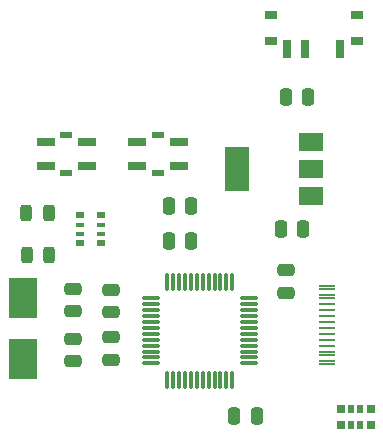
<source format=gbr>
%TF.GenerationSoftware,KiCad,Pcbnew,7.0.8*%
%TF.CreationDate,2024-02-20T11:28:20-06:00*%
%TF.ProjectId,CH32V103DevBoard,43483332-5631-4303-9344-6576426f6172,rev?*%
%TF.SameCoordinates,Original*%
%TF.FileFunction,Paste,Top*%
%TF.FilePolarity,Positive*%
%FSLAX46Y46*%
G04 Gerber Fmt 4.6, Leading zero omitted, Abs format (unit mm)*
G04 Created by KiCad (PCBNEW 7.0.8) date 2024-02-20 11:28:20*
%MOMM*%
%LPD*%
G01*
G04 APERTURE LIST*
G04 Aperture macros list*
%AMRoundRect*
0 Rectangle with rounded corners*
0 $1 Rounding radius*
0 $2 $3 $4 $5 $6 $7 $8 $9 X,Y pos of 4 corners*
0 Add a 4 corners polygon primitive as box body*
4,1,4,$2,$3,$4,$5,$6,$7,$8,$9,$2,$3,0*
0 Add four circle primitives for the rounded corners*
1,1,$1+$1,$2,$3*
1,1,$1+$1,$4,$5*
1,1,$1+$1,$6,$7*
1,1,$1+$1,$8,$9*
0 Add four rect primitives between the rounded corners*
20,1,$1+$1,$2,$3,$4,$5,0*
20,1,$1+$1,$4,$5,$6,$7,0*
20,1,$1+$1,$6,$7,$8,$9,0*
20,1,$1+$1,$8,$9,$2,$3,0*%
G04 Aperture macros list end*
%ADD10R,1.000000X0.500000*%
%ADD11R,1.500000X0.800000*%
%ADD12R,2.000000X1.500000*%
%ADD13R,2.000000X3.800000*%
%ADD14RoundRect,0.243750X-0.243750X-0.456250X0.243750X-0.456250X0.243750X0.456250X-0.243750X0.456250X0*%
%ADD15RoundRect,0.250000X-0.250000X-0.475000X0.250000X-0.475000X0.250000X0.475000X-0.250000X0.475000X0*%
%ADD16R,0.800000X0.500000*%
%ADD17R,0.800000X0.400000*%
%ADD18RoundRect,0.250000X0.250000X0.475000X-0.250000X0.475000X-0.250000X-0.475000X0.250000X-0.475000X0*%
%ADD19R,1.000000X0.800000*%
%ADD20R,0.700000X1.500000*%
%ADD21R,0.640000X0.700000*%
%ADD22R,0.500000X0.700000*%
%ADD23RoundRect,0.250000X0.475000X-0.250000X0.475000X0.250000X-0.475000X0.250000X-0.475000X-0.250000X0*%
%ADD24R,1.400000X0.250000*%
%ADD25RoundRect,0.075000X-0.662500X-0.075000X0.662500X-0.075000X0.662500X0.075000X-0.662500X0.075000X0*%
%ADD26RoundRect,0.075000X-0.075000X-0.662500X0.075000X-0.662500X0.075000X0.662500X-0.075000X0.662500X0*%
%ADD27R,2.400000X3.500000*%
%ADD28RoundRect,0.250000X-0.475000X0.250000X-0.475000X-0.250000X0.475000X-0.250000X0.475000X0.250000X0*%
G04 APERTURE END LIST*
D10*
%TO.C,SW1*%
X143850000Y-72800000D03*
X143850000Y-76000000D03*
D11*
X142100000Y-73400000D03*
X145600000Y-73400000D03*
X142100000Y-75400000D03*
X145600000Y-75400000D03*
%TD*%
D10*
%TO.C,SW4*%
X151600000Y-72800000D03*
X151600000Y-76000000D03*
D11*
X149850000Y-73400000D03*
X153350000Y-73400000D03*
X149850000Y-75400000D03*
X153350000Y-75400000D03*
%TD*%
D12*
%TO.C,U2*%
X164600000Y-78000000D03*
X164600000Y-75700000D03*
D13*
X158300000Y-75700000D03*
D12*
X164600000Y-73400000D03*
%TD*%
D14*
%TO.C,D2*%
X140462500Y-79400000D03*
X142337500Y-79400000D03*
%TD*%
%TO.C,D1*%
X140525000Y-83000000D03*
X142400000Y-83000000D03*
%TD*%
D15*
%TO.C,C5*%
X152500000Y-81800000D03*
X154400000Y-81800000D03*
%TD*%
%TO.C,C2*%
X158050000Y-96600000D03*
X159950000Y-96600000D03*
%TD*%
D16*
%TO.C,RN1*%
X145000000Y-79600000D03*
D17*
X145000000Y-80400000D03*
X145000000Y-81200000D03*
D16*
X145000000Y-82000000D03*
X146800000Y-82000000D03*
D17*
X146800000Y-81200000D03*
X146800000Y-80400000D03*
D16*
X146800000Y-79600000D03*
%TD*%
D18*
%TO.C,C9*%
X164300000Y-69600000D03*
X162400000Y-69600000D03*
%TD*%
D19*
%TO.C,SW2*%
X168450000Y-64855000D03*
X168450000Y-62645000D03*
X161150000Y-64855000D03*
X161150000Y-62645000D03*
D20*
X167050000Y-65505000D03*
X164050000Y-65505000D03*
X162550000Y-65505000D03*
%TD*%
D21*
%TO.C,RN2*%
X167060000Y-97400000D03*
D22*
X167930000Y-97400000D03*
X168730000Y-97400000D03*
D21*
X169600000Y-97400000D03*
X169600000Y-96000000D03*
D22*
X168730000Y-96000000D03*
X167930000Y-96000000D03*
D21*
X167060000Y-96000000D03*
%TD*%
D18*
%TO.C,C10*%
X163900000Y-80800000D03*
X162000000Y-80800000D03*
%TD*%
D23*
%TO.C,C3*%
X162400000Y-86150000D03*
X162400000Y-84250000D03*
%TD*%
D24*
%TO.C,J1*%
X165912500Y-92225000D03*
X165912500Y-91425000D03*
X165912500Y-90150000D03*
X165912500Y-89150000D03*
X165912500Y-88650000D03*
X165912500Y-90650000D03*
X165912500Y-86375000D03*
X165912500Y-85575000D03*
X165912500Y-85825000D03*
X165912500Y-86625000D03*
X165912500Y-87150000D03*
X165912500Y-88150000D03*
X165912500Y-89650000D03*
X165912500Y-87650000D03*
X165912500Y-91175000D03*
X165912500Y-91975000D03*
%TD*%
D25*
%TO.C,U1*%
X150977500Y-86650000D03*
X150977500Y-87150000D03*
X150977500Y-87650000D03*
X150977500Y-88150000D03*
X150977500Y-88650000D03*
X150977500Y-89150000D03*
X150977500Y-89650000D03*
X150977500Y-90150000D03*
X150977500Y-90650000D03*
X150977500Y-91150000D03*
X150977500Y-91650000D03*
X150977500Y-92150000D03*
D26*
X152390000Y-93562500D03*
X152890000Y-93562500D03*
X153390000Y-93562500D03*
X153890000Y-93562500D03*
X154390000Y-93562500D03*
X154890000Y-93562500D03*
X155390000Y-93562500D03*
X155890000Y-93562500D03*
X156390000Y-93562500D03*
X156890000Y-93562500D03*
X157390000Y-93562500D03*
X157890000Y-93562500D03*
D25*
X159302500Y-92150000D03*
X159302500Y-91650000D03*
X159302500Y-91150000D03*
X159302500Y-90650000D03*
X159302500Y-90150000D03*
X159302500Y-89650000D03*
X159302500Y-89150000D03*
X159302500Y-88650000D03*
X159302500Y-88150000D03*
X159302500Y-87650000D03*
X159302500Y-87150000D03*
X159302500Y-86650000D03*
D26*
X157890000Y-85237500D03*
X157390000Y-85237500D03*
X156890000Y-85237500D03*
X156390000Y-85237500D03*
X155890000Y-85237500D03*
X155390000Y-85237500D03*
X154890000Y-85237500D03*
X154390000Y-85237500D03*
X153890000Y-85237500D03*
X153390000Y-85237500D03*
X152890000Y-85237500D03*
X152390000Y-85237500D03*
%TD*%
D15*
%TO.C,C4*%
X152500000Y-78790000D03*
X154400000Y-78790000D03*
%TD*%
D23*
%TO.C,C7*%
X144400000Y-91950000D03*
X144400000Y-90050000D03*
%TD*%
%TO.C,C8*%
X147600000Y-87800000D03*
X147600000Y-85900000D03*
%TD*%
D27*
%TO.C,Y1*%
X140200000Y-91800000D03*
X140200000Y-86600000D03*
%TD*%
D28*
%TO.C,C6*%
X144400000Y-85850000D03*
X144400000Y-87750000D03*
%TD*%
D23*
%TO.C,C1*%
X147600000Y-91830000D03*
X147600000Y-89930000D03*
%TD*%
M02*

</source>
